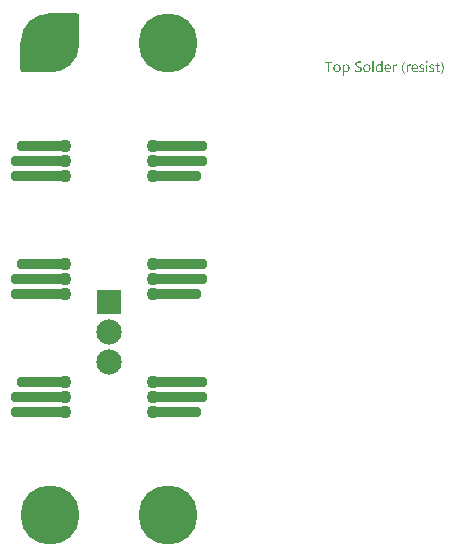
<source format=gts>
G04*
G04 #@! TF.GenerationSoftware,Altium Limited,Altium Designer,22.4.2 (48)*
G04*
G04 Layer_Color=8388736*
%FSAX45Y45*%
%MOMM*%
G71*
G04*
G04 #@! TF.SameCoordinates,69EBC29A-0566-45BE-847E-5E5AA8F2F2B9*
G04*
G04*
G04 #@! TF.FilePolarity,Negative*
G04*
G01*
G75*
G04:AMPARAMS|DCode=15|XSize=0.9mm|YSize=4.8mm|CornerRadius=0.351mm|HoleSize=0mm|Usage=FLASHONLY|Rotation=270.000|XOffset=0mm|YOffset=0mm|HoleType=Round|Shape=RoundedRectangle|*
%AMROUNDEDRECTD15*
21,1,0.90000,4.09800,0,0,270.0*
21,1,0.19800,4.80000,0,0,270.0*
1,1,0.70200,-2.04900,-0.09900*
1,1,0.70200,-2.04900,0.09900*
1,1,0.70200,2.04900,0.09900*
1,1,0.70200,2.04900,-0.09900*
%
%ADD15ROUNDEDRECTD15*%
G04:AMPARAMS|DCode=16|XSize=0.9mm|YSize=4.3mm|CornerRadius=0.351mm|HoleSize=0mm|Usage=FLASHONLY|Rotation=270.000|XOffset=0mm|YOffset=0mm|HoleType=Round|Shape=RoundedRectangle|*
%AMROUNDEDRECTD16*
21,1,0.90000,3.59800,0,0,270.0*
21,1,0.19800,4.30000,0,0,270.0*
1,1,0.70200,-1.79900,-0.09900*
1,1,0.70200,-1.79900,0.09900*
1,1,0.70200,1.79900,0.09900*
1,1,0.70200,1.79900,-0.09900*
%
%ADD16ROUNDEDRECTD16*%
%ADD17C,1.10000*%
%ADD18C,0.15000*%
%ADD19C,2.15000*%
%ADD20R,2.15000X2.15000*%
%ADD21C,5.00000*%
G36*
X002693110Y003844860D02*
X002693817Y003844703D01*
X002694523Y003844467D01*
X002695308Y003844075D01*
X002696093Y003843604D01*
X002696878Y003842976D01*
X002696956Y003842898D01*
X002697192Y003842662D01*
X002697506Y003842270D01*
X002697898Y003841720D01*
X002698212Y003841014D01*
X002698526Y003840229D01*
X002698761Y003839287D01*
X002698840Y003838267D01*
Y003838110D01*
Y003837796D01*
X002698761Y003837325D01*
X002698604Y003836619D01*
X002698369Y003835912D01*
X002697977Y003835127D01*
X002697506Y003834343D01*
X002696878Y003833558D01*
X002696799Y003833479D01*
X002696564Y003833244D01*
X002696093Y003832930D01*
X002695544Y003832616D01*
X002694837Y003832302D01*
X002694052Y003831988D01*
X002693189Y003831753D01*
X002692169Y003831674D01*
X002691698D01*
X002691227Y003831753D01*
X002690520Y003831910D01*
X002689814Y003832145D01*
X002689029Y003832459D01*
X002688244Y003832851D01*
X002687459Y003833479D01*
X002687381Y003833558D01*
X002687146Y003833793D01*
X002686832Y003834264D01*
X002686518Y003834814D01*
X002686204Y003835441D01*
X002685890Y003836305D01*
X002685654Y003837247D01*
X002685576Y003838267D01*
Y003838424D01*
Y003838738D01*
X002685654Y003839287D01*
X002685811Y003839915D01*
X002686047Y003840700D01*
X002686361Y003841485D01*
X002686832Y003842270D01*
X002687459Y003842976D01*
X002687538Y003843055D01*
X002687773Y003843290D01*
X002688244Y003843604D01*
X002688794Y003843996D01*
X002689500Y003844310D01*
X002690285Y003844624D01*
X002691148Y003844860D01*
X002692169Y003844938D01*
X002692640D01*
X002693110Y003844860D01*
D02*
G37*
G36*
X002119613Y003842427D02*
X002120712D01*
X002121968Y003842348D01*
X002123381Y003842270D01*
X002124872Y003842113D01*
X002128011Y003841720D01*
X002131151Y003841171D01*
X002132720Y003840778D01*
X002134133Y003840386D01*
X002135546Y003839837D01*
X002136723Y003839287D01*
Y003827514D01*
X002136645Y003827593D01*
X002136331Y003827750D01*
X002135938Y003827985D01*
X002135310Y003828378D01*
X002134526Y003828770D01*
X002133584Y003829241D01*
X002132485Y003829790D01*
X002131229Y003830261D01*
X002129816Y003830811D01*
X002128247Y003831282D01*
X002126598Y003831753D01*
X002124793Y003832145D01*
X002122910Y003832537D01*
X002120869Y003832773D01*
X002118671Y003832930D01*
X002116395Y003833008D01*
X002115140D01*
X002114276Y003832930D01*
X002113256Y003832851D01*
X002112079Y003832694D01*
X002110823Y003832537D01*
X002109567Y003832302D01*
X002109410D01*
X002109018Y003832145D01*
X002108390Y003831988D01*
X002107526Y003831753D01*
X002106585Y003831439D01*
X002105564Y003831046D01*
X002104465Y003830497D01*
X002103445Y003829947D01*
X002103367Y003829869D01*
X002102974Y003829633D01*
X002102503Y003829319D01*
X002101875Y003828849D01*
X002101248Y003828221D01*
X002100463Y003827514D01*
X002099756Y003826729D01*
X002099128Y003825788D01*
X002099050Y003825709D01*
X002098893Y003825317D01*
X002098579Y003824767D01*
X002098344Y003824061D01*
X002098030Y003823198D01*
X002097716Y003822099D01*
X002097559Y003820921D01*
X002097480Y003819587D01*
Y003819430D01*
Y003819038D01*
X002097559Y003818331D01*
X002097637Y003817547D01*
X002097794Y003816605D01*
X002098030Y003815584D01*
X002098344Y003814564D01*
X002098736Y003813622D01*
X002098814Y003813544D01*
X002098971Y003813230D01*
X002099285Y003812759D01*
X002099678Y003812131D01*
X002100227Y003811425D01*
X002100855Y003810640D01*
X002101640Y003809855D01*
X002102503Y003809070D01*
X002102582Y003808992D01*
X002102974Y003808756D01*
X002103524Y003808285D01*
X002104230Y003807814D01*
X002105093Y003807186D01*
X002106114Y003806559D01*
X002107291Y003805774D01*
X002108547Y003805067D01*
X002108625D01*
X002108704Y003804989D01*
X002109175Y003804753D01*
X002109959Y003804361D01*
X002110901Y003803812D01*
X002112157Y003803262D01*
X002113570Y003802556D01*
X002115140Y003801771D01*
X002116788Y003800908D01*
X002116866D01*
X002117023Y003800829D01*
X002117259Y003800672D01*
X002117573Y003800515D01*
X002118044Y003800280D01*
X002118514Y003800044D01*
X002119692Y003799416D01*
X002121104Y003798631D01*
X002122674Y003797768D01*
X002124244Y003796905D01*
X002125892Y003795884D01*
X002125971D01*
X002126049Y003795806D01*
X002126285Y003795649D01*
X002126598Y003795414D01*
X002127462Y003794864D01*
X002128482Y003794158D01*
X002129659Y003793294D01*
X002130915Y003792353D01*
X002132171Y003791254D01*
X002133427Y003790076D01*
X002133584Y003789920D01*
X002133976Y003789527D01*
X002134526Y003788899D01*
X002135310Y003788036D01*
X002136095Y003787016D01*
X002136959Y003785838D01*
X002137744Y003784504D01*
X002138528Y003783091D01*
Y003783013D01*
X002138607Y003782934D01*
X002138685Y003782699D01*
X002138842Y003782385D01*
X002139156Y003781600D01*
X002139549Y003780580D01*
X002139863Y003779245D01*
X002140177Y003777754D01*
X002140412Y003776106D01*
X002140491Y003774301D01*
Y003774222D01*
Y003773987D01*
Y003773673D01*
Y003773202D01*
X002140412Y003772653D01*
X002140334Y003771946D01*
X002140255Y003771240D01*
X002140177Y003770455D01*
X002139863Y003768650D01*
X002139392Y003766766D01*
X002138764Y003764882D01*
X002137900Y003763077D01*
Y003762999D01*
X002137822Y003762842D01*
X002137665Y003762606D01*
X002137430Y003762292D01*
X002136880Y003761508D01*
X002136095Y003760409D01*
X002135075Y003759231D01*
X002133898Y003757976D01*
X002132485Y003756798D01*
X002130915Y003755621D01*
X002130837D01*
X002130680Y003755464D01*
X002130444Y003755386D01*
X002130130Y003755150D01*
X002129738Y003754915D01*
X002129189Y003754679D01*
X002128011Y003754051D01*
X002126520Y003753424D01*
X002124793Y003752717D01*
X002122910Y003752089D01*
X002120791Y003751540D01*
X002120712D01*
X002120555Y003751461D01*
X002120241D01*
X002119770Y003751383D01*
X002119299Y003751226D01*
X002118671Y003751147D01*
X002117965Y003751069D01*
X002117102Y003750912D01*
X002115297Y003750677D01*
X002113256Y003750520D01*
X002111058Y003750363D01*
X002108704Y003750284D01*
X002107840D01*
X002107291Y003750363D01*
X002106506D01*
X002105564Y003750441D01*
X002104544Y003750520D01*
X002103445Y003750677D01*
X002103288D01*
X002102896Y003750755D01*
X002102268Y003750833D01*
X002101483Y003750912D01*
X002100541Y003751069D01*
X002099442Y003751226D01*
X002098344Y003751383D01*
X002097088Y003751618D01*
X002096931D01*
X002096538Y003751697D01*
X002095910Y003751854D01*
X002095126Y003752089D01*
X002094184Y003752246D01*
X002093163Y003752560D01*
X002090966Y003753188D01*
X002090809Y003753267D01*
X002090495Y003753345D01*
X002089946Y003753581D01*
X002089318Y003753816D01*
X002088611Y003754130D01*
X002087826Y003754522D01*
X002087042Y003754915D01*
X002086335Y003755386D01*
Y003767708D01*
X002086414Y003767629D01*
X002086728Y003767394D01*
X002087199Y003767002D01*
X002087748Y003766609D01*
X002088533Y003766060D01*
X002089396Y003765510D01*
X002090338Y003764882D01*
X002091437Y003764333D01*
X002091594Y003764255D01*
X002091986Y003764098D01*
X002092536Y003763784D01*
X002093320Y003763470D01*
X002094262Y003763077D01*
X002095283Y003762606D01*
X002096460Y003762135D01*
X002097637Y003761743D01*
X002097794Y003761665D01*
X002098187Y003761586D01*
X002098893Y003761429D01*
X002099678Y003761194D01*
X002100698Y003760880D01*
X002101797Y003760644D01*
X002104230Y003760173D01*
X002104387D01*
X002104779Y003760095D01*
X002105407Y003760016D01*
X002106271Y003759938D01*
X002107212Y003759781D01*
X002108233Y003759702D01*
X002110352Y003759624D01*
X002111294D01*
X002111922Y003759702D01*
X002112706D01*
X002113648Y003759781D01*
X002114669Y003759938D01*
X002115767Y003760095D01*
X002118122Y003760487D01*
X002120477Y003761115D01*
X002122753Y003761979D01*
X002123773Y003762528D01*
X002124715Y003763156D01*
X002124793Y003763234D01*
X002124950Y003763313D01*
X002125186Y003763548D01*
X002125500Y003763862D01*
X002125814Y003764176D01*
X002126206Y003764647D01*
X002126677Y003765196D01*
X002127148Y003765824D01*
X002127540Y003766531D01*
X002128011Y003767237D01*
X002128796Y003769042D01*
X002129032Y003770063D01*
X002129267Y003771161D01*
X002129424Y003772260D01*
X002129502Y003773516D01*
Y003773594D01*
Y003773673D01*
Y003774144D01*
X002129424Y003774772D01*
X002129345Y003775635D01*
X002129110Y003776655D01*
X002128875Y003777676D01*
X002128482Y003778775D01*
X002127933Y003779795D01*
X002127854Y003779952D01*
X002127619Y003780266D01*
X002127305Y003780737D01*
X002126834Y003781443D01*
X002126206Y003782149D01*
X002125421Y003783013D01*
X002124558Y003783798D01*
X002123538Y003784661D01*
X002123381Y003784739D01*
X002123067Y003785053D01*
X002122439Y003785524D01*
X002121654Y003786074D01*
X002120634Y003786702D01*
X002119535Y003787408D01*
X002118279Y003788193D01*
X002116866Y003788899D01*
X002116788D01*
X002116709Y003788978D01*
X002116474Y003789135D01*
X002116238Y003789292D01*
X002115453Y003789684D01*
X002114433Y003790233D01*
X002113177Y003790861D01*
X002111765Y003791568D01*
X002110273Y003792353D01*
X002108625Y003793216D01*
X002108547D01*
X002108390Y003793294D01*
X002108154Y003793451D01*
X002107840Y003793608D01*
X002106977Y003794079D01*
X002105800Y003794707D01*
X002104465Y003795414D01*
X002102974Y003796198D01*
X002099913Y003798004D01*
X002099835D01*
X002099756Y003798082D01*
X002099521Y003798239D01*
X002099207Y003798396D01*
X002098501Y003798945D01*
X002097559Y003799573D01*
X002096460Y003800358D01*
X002095283Y003801300D01*
X002094105Y003802242D01*
X002092928Y003803341D01*
X002092771Y003803498D01*
X002092457Y003803890D01*
X002091908Y003804439D01*
X002091201Y003805224D01*
X002090495Y003806245D01*
X002089710Y003807343D01*
X002088925Y003808599D01*
X002088219Y003809933D01*
Y003810012D01*
X002088140Y003810090D01*
X002088062Y003810326D01*
X002087983Y003810640D01*
X002087669Y003811425D01*
X002087355Y003812445D01*
X002087042Y003813701D01*
X002086728Y003815192D01*
X002086571Y003816840D01*
X002086492Y003818645D01*
Y003818724D01*
Y003818881D01*
Y003819273D01*
X002086571Y003819666D01*
Y003820215D01*
X002086649Y003820843D01*
X002086806Y003822256D01*
X002087120Y003823904D01*
X002087591Y003825709D01*
X002088297Y003827514D01*
X002089161Y003829241D01*
Y003829319D01*
X002089318Y003829476D01*
X002089475Y003829712D01*
X002089632Y003830026D01*
X002090259Y003830811D01*
X002091044Y003831910D01*
X002092065Y003833087D01*
X002093242Y003834343D01*
X002094576Y003835520D01*
X002096146Y003836697D01*
X002096224D01*
X002096381Y003836854D01*
X002096617Y003837011D01*
X002096931Y003837168D01*
X002097323Y003837404D01*
X002097794Y003837717D01*
X002099050Y003838345D01*
X002100541Y003839052D01*
X002102189Y003839758D01*
X002104073Y003840465D01*
X002106114Y003841014D01*
X002106192D01*
X002106349Y003841092D01*
X002106663Y003841171D01*
X002107055Y003841249D01*
X002107605Y003841328D01*
X002108154Y003841485D01*
X002108861Y003841642D01*
X002109646Y003841799D01*
X002111372Y003842034D01*
X002113256Y003842270D01*
X002115375Y003842427D01*
X002117494Y003842505D01*
X002118750D01*
X002119613Y003842427D01*
D02*
G37*
G36*
X002316849Y003751775D02*
X002306645D01*
Y003762528D01*
X002306410D01*
X002306331Y003762371D01*
X002306096Y003761979D01*
X002305625Y003761429D01*
X002305076Y003760644D01*
X002304291Y003759702D01*
X002303427Y003758682D01*
X002302329Y003757583D01*
X002300994Y003756406D01*
X002299582Y003755229D01*
X002297933Y003754130D01*
X002296128Y003753110D01*
X002294166Y003752168D01*
X002292047Y003751383D01*
X002289692Y003750833D01*
X002287181Y003750441D01*
X002284512Y003750284D01*
X002283963D01*
X002283335Y003750363D01*
X002282550Y003750441D01*
X002281530Y003750520D01*
X002280353Y003750755D01*
X002279018Y003750990D01*
X002277606Y003751383D01*
X002276114Y003751775D01*
X002274545Y003752403D01*
X002272975Y003753031D01*
X002271327Y003753894D01*
X002269757Y003754836D01*
X002268187Y003756014D01*
X002266696Y003757348D01*
X002265283Y003758839D01*
X002265205Y003758918D01*
X002264969Y003759231D01*
X002264655Y003759702D01*
X002264184Y003760409D01*
X002263635Y003761272D01*
X002263007Y003762292D01*
X002262379Y003763548D01*
X002261751Y003764961D01*
X002261045Y003766531D01*
X002260417Y003768257D01*
X002259789Y003770220D01*
X002259240Y003772260D01*
X002258769Y003774458D01*
X002258455Y003776891D01*
X002258220Y003779402D01*
X002258141Y003782071D01*
Y003782149D01*
Y003782228D01*
Y003782463D01*
Y003782777D01*
X002258220Y003783562D01*
X002258298Y003784661D01*
X002258376Y003786074D01*
X002258533Y003787565D01*
X002258769Y003789292D01*
X002259161Y003791175D01*
X002259554Y003793137D01*
X002260103Y003795257D01*
X002260731Y003797297D01*
X002261516Y003799495D01*
X002262379Y003801535D01*
X002263478Y003803576D01*
X002264655Y003805538D01*
X002266068Y003807422D01*
X002266147Y003807500D01*
X002266461Y003807814D01*
X002266931Y003808285D01*
X002267559Y003808913D01*
X002268344Y003809620D01*
X002269286Y003810483D01*
X002270463Y003811346D01*
X002271719Y003812210D01*
X002273210Y003813073D01*
X002274780Y003813936D01*
X002276507Y003814800D01*
X002278390Y003815506D01*
X002280431Y003816134D01*
X002282629Y003816605D01*
X002284905Y003816919D01*
X002287338Y003816997D01*
X002287887D01*
X002288594Y003816919D01*
X002289457Y003816840D01*
X002290556Y003816683D01*
X002291812Y003816448D01*
X002293146Y003816134D01*
X002294637Y003815741D01*
X002296207Y003815192D01*
X002297776Y003814486D01*
X002299346Y003813622D01*
X002300916Y003812602D01*
X002302407Y003811425D01*
X002303898Y003810090D01*
X002305233Y003808442D01*
X002306410Y003806637D01*
X002306645D01*
Y003846115D01*
X002316849D01*
Y003751775D01*
D02*
G37*
G36*
X002012951Y003816919D02*
X002013814Y003816840D01*
X002014834Y003816762D01*
X002016012Y003816526D01*
X002017346Y003816291D01*
X002018837Y003815898D01*
X002020328Y003815427D01*
X002021898Y003814878D01*
X002023468Y003814172D01*
X002025116Y003813387D01*
X002026686Y003812367D01*
X002028177Y003811189D01*
X002029668Y003809855D01*
X002031003Y003808364D01*
X002031081Y003808285D01*
X002031316Y003807971D01*
X002031630Y003807500D01*
X002032101Y003806794D01*
X002032572Y003805931D01*
X002033200Y003804910D01*
X002033828Y003803655D01*
X002034456Y003802320D01*
X002035084Y003800751D01*
X002035712Y003799024D01*
X002036340Y003797140D01*
X002036811Y003795100D01*
X002037281Y003792902D01*
X002037595Y003790547D01*
X002037831Y003788036D01*
X002037909Y003785446D01*
Y003785367D01*
Y003785289D01*
Y003785053D01*
Y003784739D01*
X002037831Y003783876D01*
X002037752Y003782777D01*
X002037674Y003781443D01*
X002037517Y003779873D01*
X002037281Y003778147D01*
X002036967Y003776263D01*
X002036497Y003774301D01*
X002036026Y003772182D01*
X002035398Y003770063D01*
X002034613Y003767943D01*
X002033750Y003765824D01*
X002032729Y003763705D01*
X002031473Y003761743D01*
X002030139Y003759859D01*
X002030061Y003759781D01*
X002029747Y003759467D01*
X002029354Y003758996D01*
X002028726Y003758368D01*
X002027942Y003757662D01*
X002027000Y003756798D01*
X002025822Y003755935D01*
X002024567Y003755072D01*
X002023154Y003754208D01*
X002021506Y003753345D01*
X002019779Y003752482D01*
X002017895Y003751775D01*
X002015855Y003751147D01*
X002013657Y003750677D01*
X002011303Y003750363D01*
X002008869Y003750284D01*
X002008320D01*
X002007692Y003750363D01*
X002006829Y003750441D01*
X002005809Y003750598D01*
X002004631Y003750833D01*
X002003297Y003751147D01*
X002001806Y003751618D01*
X002000315Y003752168D01*
X001998745Y003752874D01*
X001997175Y003753737D01*
X001995527Y003754758D01*
X001993957Y003756014D01*
X001992466Y003757426D01*
X001991053Y003759075D01*
X001989719Y003760958D01*
X001989483D01*
Y003722500D01*
X001979280D01*
Y003815506D01*
X001989483D01*
Y003804282D01*
X001989719D01*
X001989797Y003804439D01*
X001990111Y003804832D01*
X001990504Y003805460D01*
X001991132Y003806245D01*
X001991917Y003807265D01*
X001992858Y003808285D01*
X001994036Y003809463D01*
X001995291Y003810640D01*
X001996783Y003811817D01*
X001998431Y003812994D01*
X002000236Y003814015D01*
X002002198Y003815035D01*
X002004317Y003815820D01*
X002006672Y003816448D01*
X002009105Y003816840D01*
X002011773Y003816997D01*
X002012323D01*
X002012951Y003816919D01*
D02*
G37*
G36*
X002739810D02*
X002740516D01*
X002741379Y003816840D01*
X002742321Y003816762D01*
X002743341Y003816605D01*
X002745696Y003816291D01*
X002748129Y003815741D01*
X002750719Y003815035D01*
X002753231Y003814093D01*
Y003803733D01*
X002753152Y003803812D01*
X002752917Y003803969D01*
X002752524Y003804125D01*
X002751975Y003804439D01*
X002751347Y003804832D01*
X002750562Y003805224D01*
X002749620Y003805617D01*
X002748600Y003806088D01*
X002747423Y003806480D01*
X002746245Y003806872D01*
X002744911Y003807265D01*
X002743498Y003807657D01*
X002741929Y003807971D01*
X002740359Y003808128D01*
X002738789Y003808285D01*
X002737063Y003808364D01*
X002736042D01*
X002735336Y003808285D01*
X002734551Y003808207D01*
X002733688Y003808050D01*
X002731883Y003807657D01*
X002731804D01*
X002731490Y003807579D01*
X002731098Y003807422D01*
X002730548Y003807186D01*
X002729292Y003806637D01*
X002727958Y003805852D01*
X002727880Y003805774D01*
X002727723Y003805617D01*
X002727409Y003805381D01*
X002727016Y003805067D01*
X002726153Y003804204D01*
X002725368Y003803027D01*
Y003802948D01*
X002725211Y003802713D01*
X002725133Y003802399D01*
X002724976Y003801928D01*
X002724819Y003801457D01*
X002724662Y003800829D01*
X002724583Y003800123D01*
X002724505Y003799416D01*
Y003799338D01*
Y003799024D01*
X002724583Y003798553D01*
Y003797925D01*
X002724740Y003797297D01*
X002724897Y003796591D01*
X002725054Y003795884D01*
X002725368Y003795178D01*
X002725447Y003795100D01*
X002725525Y003794864D01*
X002725761Y003794550D01*
X002726075Y003794158D01*
X002726467Y003793765D01*
X002726859Y003793216D01*
X002728037Y003792196D01*
X002728115Y003792117D01*
X002728351Y003791960D01*
X002728743Y003791725D01*
X002729214Y003791411D01*
X002729842Y003791097D01*
X002730548Y003790704D01*
X002731412Y003790233D01*
X002732275Y003789841D01*
X002732353Y003789763D01*
X002732746Y003789684D01*
X002733217Y003789449D01*
X002733923Y003789213D01*
X002734787Y003788821D01*
X002735728Y003788428D01*
X002736749Y003788036D01*
X002737926Y003787565D01*
X002738004D01*
X002738083Y003787486D01*
X002738318Y003787408D01*
X002738632Y003787329D01*
X002739417Y003787016D01*
X002740437Y003786545D01*
X002741615Y003786074D01*
X002742949Y003785524D01*
X002744283Y003784896D01*
X002745539Y003784269D01*
X002745618D01*
X002745696Y003784190D01*
X002746088Y003783955D01*
X002746716Y003783641D01*
X002747501Y003783170D01*
X002748443Y003782542D01*
X002749385Y003781914D01*
X002750327Y003781129D01*
X002751269Y003780344D01*
X002751347Y003780266D01*
X002751661Y003779952D01*
X002752053Y003779559D01*
X002752603Y003778931D01*
X002753152Y003778225D01*
X002753780Y003777362D01*
X002754330Y003776420D01*
X002754879Y003775400D01*
X002754957Y003775243D01*
X002755114Y003774929D01*
X002755271Y003774301D01*
X002755507Y003773516D01*
X002755742Y003772574D01*
X002755978Y003771475D01*
X002756056Y003770220D01*
X002756135Y003768807D01*
Y003768728D01*
Y003768571D01*
Y003768336D01*
Y003768022D01*
X002756056Y003767159D01*
X002755899Y003765981D01*
X002755585Y003764726D01*
X002755271Y003763313D01*
X002754722Y003761900D01*
X002754016Y003760566D01*
X002753937Y003760409D01*
X002753623Y003760016D01*
X002753152Y003759388D01*
X002752524Y003758525D01*
X002751739Y003757662D01*
X002750798Y003756641D01*
X002749699Y003755700D01*
X002748443Y003754758D01*
X002748286Y003754679D01*
X002747815Y003754365D01*
X002747109Y003753973D01*
X002746167Y003753502D01*
X002744990Y003752953D01*
X002743577Y003752403D01*
X002742086Y003751854D01*
X002740437Y003751383D01*
X002740359D01*
X002740202Y003751304D01*
X002739967D01*
X002739653Y003751226D01*
X002739260Y003751147D01*
X002738789Y003751069D01*
X002737612Y003750833D01*
X002736121Y003750598D01*
X002734551Y003750441D01*
X002732824Y003750363D01*
X002730941Y003750284D01*
X002729999D01*
X002729292Y003750363D01*
X002728429D01*
X002727487Y003750520D01*
X002726310Y003750598D01*
X002725133Y003750755D01*
X002723798Y003750990D01*
X002722464Y003751226D01*
X002719639Y003751854D01*
X002716735Y003752796D01*
X002715322Y003753424D01*
X002713909Y003754051D01*
Y003764961D01*
X002713988Y003764882D01*
X002714302Y003764726D01*
X002714773Y003764412D01*
X002715400Y003764019D01*
X002716185Y003763548D01*
X002717049Y003762999D01*
X002718147Y003762449D01*
X002719325Y003761900D01*
X002720659Y003761351D01*
X002722072Y003760801D01*
X002723563Y003760252D01*
X002725133Y003759781D01*
X002726859Y003759388D01*
X002728586Y003759075D01*
X002730391Y003758918D01*
X002732275Y003758839D01*
X002732824D01*
X002733531Y003758918D01*
X002734394Y003758996D01*
X002735414Y003759153D01*
X002736513Y003759310D01*
X002737769Y003759624D01*
X002739025Y003759938D01*
X002740202Y003760409D01*
X002741458Y003761037D01*
X002742557Y003761743D01*
X002743577Y003762606D01*
X002744440Y003763627D01*
X002745147Y003764804D01*
X002745539Y003766217D01*
X002745696Y003767002D01*
Y003767786D01*
Y003767865D01*
Y003768257D01*
X002745618Y003768728D01*
X002745539Y003769278D01*
X002745382Y003769984D01*
X002745225Y003770690D01*
X002744911Y003771397D01*
X002744519Y003772103D01*
X002744440Y003772182D01*
X002744283Y003772417D01*
X002744048Y003772731D01*
X002743734Y003773202D01*
X002743263Y003773673D01*
X002742792Y003774222D01*
X002742164Y003774693D01*
X002741458Y003775243D01*
X002741379Y003775321D01*
X002741144Y003775478D01*
X002740673Y003775714D01*
X002740124Y003776106D01*
X002739496Y003776498D01*
X002738711Y003776891D01*
X002737769Y003777283D01*
X002736827Y003777676D01*
X002736670Y003777754D01*
X002736356Y003777833D01*
X002735807Y003778068D01*
X002735100Y003778382D01*
X002734316Y003778775D01*
X002733295Y003779167D01*
X002732275Y003779559D01*
X002731176Y003780030D01*
X002731098D01*
X002731019Y003780109D01*
X002730784Y003780187D01*
X002730470Y003780344D01*
X002729685Y003780658D01*
X002728665Y003781051D01*
X002727487Y003781600D01*
X002726232Y003782149D01*
X002724976Y003782777D01*
X002723720Y003783405D01*
X002723563Y003783484D01*
X002723171Y003783719D01*
X002722621Y003784033D01*
X002721836Y003784504D01*
X002720973Y003785132D01*
X002720110Y003785760D01*
X002719168Y003786466D01*
X002718304Y003787251D01*
X002718226Y003787329D01*
X002717990Y003787643D01*
X002717598Y003788036D01*
X002717127Y003788664D01*
X002716578Y003789370D01*
X002716028Y003790233D01*
X002715557Y003791097D01*
X002715087Y003792117D01*
X002715008Y003792274D01*
X002714930Y003792588D01*
X002714773Y003793216D01*
X002714616Y003793922D01*
X002714380Y003794864D01*
X002714223Y003795963D01*
X002714145Y003797219D01*
X002714066Y003798553D01*
Y003798631D01*
Y003798788D01*
Y003799024D01*
Y003799338D01*
X002714145Y003800123D01*
X002714302Y003801222D01*
X002714537Y003802477D01*
X002714930Y003803812D01*
X002715400Y003805146D01*
X002716107Y003806480D01*
Y003806559D01*
X002716185Y003806637D01*
X002716499Y003807029D01*
X002716970Y003807657D01*
X002717520Y003808521D01*
X002718304Y003809384D01*
X002719246Y003810326D01*
X002720345Y003811346D01*
X002721522Y003812210D01*
X002721601D01*
X002721679Y003812288D01*
X002722150Y003812602D01*
X002722857Y003812994D01*
X002723798Y003813544D01*
X002724976Y003814093D01*
X002726310Y003814721D01*
X002727801Y003815270D01*
X002729371Y003815741D01*
X002729449D01*
X002729606Y003815820D01*
X002729842Y003815898D01*
X002730156Y003815977D01*
X002730548Y003816055D01*
X002731019Y003816134D01*
X002732118Y003816369D01*
X002733531Y003816605D01*
X002735022Y003816840D01*
X002736670Y003816919D01*
X002738397Y003816997D01*
X002739182D01*
X002739810Y003816919D01*
D02*
G37*
G36*
X002654888D02*
X002655594D01*
X002656457Y003816840D01*
X002657399Y003816762D01*
X002658420Y003816605D01*
X002660774Y003816291D01*
X002663207Y003815741D01*
X002665797Y003815035D01*
X002668309Y003814093D01*
Y003803733D01*
X002668230Y003803812D01*
X002667995Y003803969D01*
X002667602Y003804125D01*
X002667053Y003804439D01*
X002666425Y003804832D01*
X002665640Y003805224D01*
X002664699Y003805617D01*
X002663678Y003806088D01*
X002662501Y003806480D01*
X002661324Y003806872D01*
X002659989Y003807265D01*
X002658577Y003807657D01*
X002657007Y003807971D01*
X002655437Y003808128D01*
X002653867Y003808285D01*
X002652141Y003808364D01*
X002651120D01*
X002650414Y003808285D01*
X002649629Y003808207D01*
X002648766Y003808050D01*
X002646961Y003807657D01*
X002646882D01*
X002646568Y003807579D01*
X002646176Y003807422D01*
X002645626Y003807186D01*
X002644371Y003806637D01*
X002643036Y003805852D01*
X002642958Y003805774D01*
X002642801Y003805617D01*
X002642487Y003805381D01*
X002642095Y003805067D01*
X002641231Y003804204D01*
X002640446Y003803027D01*
Y003802948D01*
X002640289Y003802713D01*
X002640211Y003802399D01*
X002640054Y003801928D01*
X002639897Y003801457D01*
X002639740Y003800829D01*
X002639661Y003800123D01*
X002639583Y003799416D01*
Y003799338D01*
Y003799024D01*
X002639661Y003798553D01*
Y003797925D01*
X002639818Y003797297D01*
X002639975Y003796591D01*
X002640132Y003795884D01*
X002640446Y003795178D01*
X002640525Y003795100D01*
X002640603Y003794864D01*
X002640839Y003794550D01*
X002641153Y003794158D01*
X002641545Y003793765D01*
X002641938Y003793216D01*
X002643115Y003792196D01*
X002643193Y003792117D01*
X002643429Y003791960D01*
X002643821Y003791725D01*
X002644292Y003791411D01*
X002644920Y003791097D01*
X002645626Y003790704D01*
X002646490Y003790233D01*
X002647353Y003789841D01*
X002647432Y003789763D01*
X002647824Y003789684D01*
X002648295Y003789449D01*
X002649001Y003789213D01*
X002649865Y003788821D01*
X002650806Y003788428D01*
X002651827Y003788036D01*
X002653004Y003787565D01*
X002653083D01*
X002653161Y003787486D01*
X002653397Y003787408D01*
X002653710Y003787329D01*
X002654495Y003787016D01*
X002655516Y003786545D01*
X002656693Y003786074D01*
X002658027Y003785524D01*
X002659361Y003784896D01*
X002660617Y003784269D01*
X002660696D01*
X002660774Y003784190D01*
X002661167Y003783955D01*
X002661795Y003783641D01*
X002662579Y003783170D01*
X002663521Y003782542D01*
X002664463Y003781914D01*
X002665405Y003781129D01*
X002666347Y003780344D01*
X002666425Y003780266D01*
X002666739Y003779952D01*
X002667132Y003779559D01*
X002667681Y003778931D01*
X002668230Y003778225D01*
X002668858Y003777362D01*
X002669408Y003776420D01*
X002669957Y003775400D01*
X002670036Y003775243D01*
X002670193Y003774929D01*
X002670349Y003774301D01*
X002670585Y003773516D01*
X002670820Y003772574D01*
X002671056Y003771475D01*
X002671134Y003770220D01*
X002671213Y003768807D01*
Y003768728D01*
Y003768571D01*
Y003768336D01*
Y003768022D01*
X002671134Y003767159D01*
X002670977Y003765981D01*
X002670663Y003764726D01*
X002670349Y003763313D01*
X002669800Y003761900D01*
X002669094Y003760566D01*
X002669015Y003760409D01*
X002668701Y003760016D01*
X002668230Y003759388D01*
X002667602Y003758525D01*
X002666818Y003757662D01*
X002665876Y003756641D01*
X002664777Y003755700D01*
X002663521Y003754758D01*
X002663364Y003754679D01*
X002662893Y003754365D01*
X002662187Y003753973D01*
X002661245Y003753502D01*
X002660068Y003752953D01*
X002658655Y003752403D01*
X002657164Y003751854D01*
X002655516Y003751383D01*
X002655437D01*
X002655280Y003751304D01*
X002655045D01*
X002654731Y003751226D01*
X002654338Y003751147D01*
X002653867Y003751069D01*
X002652690Y003750833D01*
X002651199Y003750598D01*
X002649629Y003750441D01*
X002647903Y003750363D01*
X002646019Y003750284D01*
X002645077D01*
X002644371Y003750363D01*
X002643507D01*
X002642565Y003750520D01*
X002641388Y003750598D01*
X002640211Y003750755D01*
X002638877Y003750990D01*
X002637542Y003751226D01*
X002634717Y003751854D01*
X002631813Y003752796D01*
X002630400Y003753424D01*
X002628987Y003754051D01*
Y003764961D01*
X002629066Y003764882D01*
X002629380Y003764726D01*
X002629851Y003764412D01*
X002630479Y003764019D01*
X002631263Y003763548D01*
X002632127Y003762999D01*
X002633226Y003762449D01*
X002634403Y003761900D01*
X002635737Y003761351D01*
X002637150Y003760801D01*
X002638641Y003760252D01*
X002640211Y003759781D01*
X002641938Y003759388D01*
X002643664Y003759075D01*
X002645469Y003758918D01*
X002647353Y003758839D01*
X002647903D01*
X002648609Y003758918D01*
X002649472Y003758996D01*
X002650493Y003759153D01*
X002651591Y003759310D01*
X002652847Y003759624D01*
X002654103Y003759938D01*
X002655280Y003760409D01*
X002656536Y003761037D01*
X002657635Y003761743D01*
X002658655Y003762606D01*
X002659518Y003763627D01*
X002660225Y003764804D01*
X002660617Y003766217D01*
X002660774Y003767002D01*
Y003767786D01*
Y003767865D01*
Y003768257D01*
X002660696Y003768728D01*
X002660617Y003769278D01*
X002660460Y003769984D01*
X002660303Y003770690D01*
X002659989Y003771397D01*
X002659597Y003772103D01*
X002659518Y003772182D01*
X002659361Y003772417D01*
X002659126Y003772731D01*
X002658812Y003773202D01*
X002658341Y003773673D01*
X002657870Y003774222D01*
X002657242Y003774693D01*
X002656536Y003775243D01*
X002656457Y003775321D01*
X002656222Y003775478D01*
X002655751Y003775714D01*
X002655202Y003776106D01*
X002654574Y003776498D01*
X002653789Y003776891D01*
X002652847Y003777283D01*
X002651905Y003777676D01*
X002651748Y003777754D01*
X002651434Y003777833D01*
X002650885Y003778068D01*
X002650179Y003778382D01*
X002649394Y003778775D01*
X002648373Y003779167D01*
X002647353Y003779559D01*
X002646254Y003780030D01*
X002646176D01*
X002646097Y003780109D01*
X002645862Y003780187D01*
X002645548Y003780344D01*
X002644763Y003780658D01*
X002643743Y003781051D01*
X002642565Y003781600D01*
X002641310Y003782149D01*
X002640054Y003782777D01*
X002638798Y003783405D01*
X002638641Y003783484D01*
X002638249Y003783719D01*
X002637699Y003784033D01*
X002636914Y003784504D01*
X002636051Y003785132D01*
X002635188Y003785760D01*
X002634246Y003786466D01*
X002633383Y003787251D01*
X002633304Y003787329D01*
X002633069Y003787643D01*
X002632676Y003788036D01*
X002632205Y003788664D01*
X002631656Y003789370D01*
X002631106Y003790233D01*
X002630636Y003791097D01*
X002630165Y003792117D01*
X002630086Y003792274D01*
X002630008Y003792588D01*
X002629851Y003793216D01*
X002629694Y003793922D01*
X002629458Y003794864D01*
X002629301Y003795963D01*
X002629223Y003797219D01*
X002629144Y003798553D01*
Y003798631D01*
Y003798788D01*
Y003799024D01*
Y003799338D01*
X002629223Y003800123D01*
X002629380Y003801222D01*
X002629615Y003802477D01*
X002630008Y003803812D01*
X002630479Y003805146D01*
X002631185Y003806480D01*
Y003806559D01*
X002631263Y003806637D01*
X002631577Y003807029D01*
X002632048Y003807657D01*
X002632598Y003808521D01*
X002633383Y003809384D01*
X002634324Y003810326D01*
X002635423Y003811346D01*
X002636601Y003812210D01*
X002636679D01*
X002636757Y003812288D01*
X002637228Y003812602D01*
X002637935Y003812994D01*
X002638877Y003813544D01*
X002640054Y003814093D01*
X002641388Y003814721D01*
X002642879Y003815270D01*
X002644449Y003815741D01*
X002644528D01*
X002644685Y003815820D01*
X002644920Y003815898D01*
X002645234Y003815977D01*
X002645626Y003816055D01*
X002646097Y003816134D01*
X002647196Y003816369D01*
X002648609Y003816605D01*
X002650100Y003816840D01*
X002651748Y003816919D01*
X002653475Y003816997D01*
X002654260D01*
X002654888Y003816919D01*
D02*
G37*
G36*
X002550423Y003816526D02*
X002551286D01*
X002552228Y003816369D01*
X002553248Y003816212D01*
X002554269Y003816055D01*
X002555132Y003815741D01*
Y003805146D01*
X002554975Y003805224D01*
X002554661Y003805460D01*
X002554033Y003805774D01*
X002553170Y003806166D01*
X002551993Y003806559D01*
X002550737Y003806872D01*
X002549167Y003807108D01*
X002547362Y003807186D01*
X002546734D01*
X002546263Y003807108D01*
X002545714Y003807029D01*
X002545086Y003806872D01*
X002543595Y003806402D01*
X002542731Y003806088D01*
X002541868Y003805695D01*
X002540926Y003805146D01*
X002539984Y003804596D01*
X002539121Y003803890D01*
X002538179Y003803027D01*
X002537316Y003802085D01*
X002536452Y003800986D01*
X002536374Y003800908D01*
X002536295Y003800672D01*
X002536060Y003800358D01*
X002535746Y003799887D01*
X002535432Y003799259D01*
X002535040Y003798474D01*
X002534647Y003797611D01*
X002534255Y003796591D01*
X002533862Y003795492D01*
X002533470Y003794236D01*
X002533077Y003792824D01*
X002532764Y003791332D01*
X002532450Y003789684D01*
X002532214Y003787957D01*
X002532136Y003786152D01*
X002532057Y003784190D01*
Y003751775D01*
X002521854D01*
Y003815506D01*
X002532057D01*
Y003802320D01*
X002532293D01*
Y003802399D01*
X002532371Y003802634D01*
X002532528Y003802948D01*
X002532685Y003803419D01*
X002532921Y003803969D01*
X002533234Y003804675D01*
X002533941Y003806166D01*
X002534883Y003807893D01*
X002536060Y003809620D01*
X002537394Y003811268D01*
X002538964Y003812837D01*
X002539042Y003812916D01*
X002539199Y003812994D01*
X002539435Y003813151D01*
X002539749Y003813465D01*
X002540141Y003813701D01*
X002540691Y003814015D01*
X002541868Y003814721D01*
X002543359Y003815427D01*
X002545086Y003816055D01*
X002546970Y003816448D01*
X002547990Y003816526D01*
X002549010Y003816605D01*
X002549638D01*
X002550423Y003816526D01*
D02*
G37*
G36*
X002432694D02*
X002433557D01*
X002434499Y003816369D01*
X002435519Y003816212D01*
X002436540Y003816055D01*
X002437403Y003815741D01*
Y003805146D01*
X002437246Y003805224D01*
X002436932Y003805460D01*
X002436304Y003805774D01*
X002435441Y003806166D01*
X002434264Y003806559D01*
X002433008Y003806872D01*
X002431438Y003807108D01*
X002429633Y003807186D01*
X002429005D01*
X002428534Y003807108D01*
X002427985Y003807029D01*
X002427357Y003806872D01*
X002425866Y003806402D01*
X002425002Y003806088D01*
X002424139Y003805695D01*
X002423197Y003805146D01*
X002422255Y003804596D01*
X002421392Y003803890D01*
X002420450Y003803027D01*
X002419587Y003802085D01*
X002418723Y003800986D01*
X002418645Y003800908D01*
X002418566Y003800672D01*
X002418331Y003800358D01*
X002418017Y003799887D01*
X002417703Y003799259D01*
X002417311Y003798474D01*
X002416918Y003797611D01*
X002416526Y003796591D01*
X002416133Y003795492D01*
X002415741Y003794236D01*
X002415348Y003792824D01*
X002415035Y003791332D01*
X002414721Y003789684D01*
X002414485Y003787957D01*
X002414407Y003786152D01*
X002414328Y003784190D01*
Y003751775D01*
X002404125D01*
Y003815506D01*
X002414328D01*
Y003802320D01*
X002414564D01*
Y003802399D01*
X002414642Y003802634D01*
X002414799Y003802948D01*
X002414956Y003803419D01*
X002415192Y003803969D01*
X002415505Y003804675D01*
X002416212Y003806166D01*
X002417154Y003807893D01*
X002418331Y003809620D01*
X002419665Y003811268D01*
X002421235Y003812837D01*
X002421313Y003812916D01*
X002421470Y003812994D01*
X002421706Y003813151D01*
X002422020Y003813465D01*
X002422412Y003813701D01*
X002422962Y003814015D01*
X002424139Y003814721D01*
X002425630Y003815427D01*
X002427357Y003816055D01*
X002429241Y003816448D01*
X002430261Y003816526D01*
X002431281Y003816605D01*
X002431909D01*
X002432694Y003816526D01*
D02*
G37*
G36*
X002697113Y003751775D02*
X002686910D01*
Y003815506D01*
X002697113D01*
Y003751775D01*
D02*
G37*
G36*
X002241816D02*
X002231613D01*
Y003846115D01*
X002241816D01*
Y003751775D01*
D02*
G37*
G36*
X001891925Y003831517D02*
X001866182D01*
Y003751775D01*
X001855743D01*
Y003831517D01*
X001830000D01*
Y003841014D01*
X001891925D01*
Y003831517D01*
D02*
G37*
G36*
X002785331Y003815506D02*
X002801421D01*
Y003806716D01*
X002785331D01*
Y003770847D01*
Y003770769D01*
Y003770533D01*
Y003770220D01*
Y003769827D01*
X002785410Y003769278D01*
X002785488Y003768650D01*
X002785645Y003767316D01*
X002785881Y003765746D01*
X002786273Y003764255D01*
X002786823Y003762842D01*
X002787137Y003762214D01*
X002787529Y003761665D01*
X002787608Y003761586D01*
X002787922Y003761272D01*
X002788471Y003760801D01*
X002789256Y003760330D01*
X002790276Y003759781D01*
X002791532Y003759388D01*
X002793023Y003759075D01*
X002794750Y003758918D01*
X002795378D01*
X002796084Y003758996D01*
X002797026Y003759153D01*
X002798046Y003759467D01*
X002799224Y003759781D01*
X002800322Y003760330D01*
X002801421Y003761037D01*
Y003752325D01*
X002801343D01*
X002801264Y003752246D01*
X002801029Y003752168D01*
X002800793Y003752011D01*
X002799930Y003751697D01*
X002798910Y003751383D01*
X002797497Y003751069D01*
X002795849Y003750755D01*
X002793965Y003750520D01*
X002791846Y003750441D01*
X002791139D01*
X002790276Y003750598D01*
X002789256Y003750755D01*
X002788000Y003750990D01*
X002786587Y003751461D01*
X002785018Y003752011D01*
X002783526Y003752796D01*
X002781957Y003753737D01*
X002780387Y003754993D01*
X002778974Y003756484D01*
X002778346Y003757348D01*
X002777718Y003758290D01*
X002777169Y003759310D01*
X002776698Y003760409D01*
X002776227Y003761586D01*
X002775835Y003762920D01*
X002775521Y003764255D01*
X002775285Y003765746D01*
X002775207Y003767316D01*
X002775128Y003769042D01*
Y003806716D01*
X002764219D01*
Y003815506D01*
X002775128D01*
Y003831046D01*
X002785331Y003834343D01*
Y003815506D01*
D02*
G37*
G36*
X002592413Y003816919D02*
X002593276Y003816840D01*
X002594375Y003816762D01*
X002595552Y003816605D01*
X002596887Y003816291D01*
X002598299Y003815977D01*
X002599869Y003815584D01*
X002601439Y003815035D01*
X002603009Y003814329D01*
X002604657Y003813544D01*
X002606226Y003812602D01*
X002607718Y003811503D01*
X002609209Y003810247D01*
X002610543Y003808835D01*
X002610622Y003808756D01*
X002610857Y003808442D01*
X002611171Y003807971D01*
X002611642Y003807343D01*
X002612113Y003806559D01*
X002612741Y003805538D01*
X002613369Y003804361D01*
X002613997Y003803027D01*
X002614624Y003801457D01*
X002615252Y003799809D01*
X002615880Y003797925D01*
X002616351Y003795963D01*
X002616822Y003793765D01*
X002617136Y003791489D01*
X002617371Y003788978D01*
X002617450Y003786388D01*
Y003781051D01*
X002572399D01*
Y003780894D01*
Y003780580D01*
X002572477Y003780030D01*
X002572556Y003779324D01*
X002572634Y003778382D01*
X002572791Y003777362D01*
X002572948Y003776263D01*
X002573262Y003775007D01*
X002573969Y003772339D01*
X002574440Y003771004D01*
X002574989Y003769592D01*
X002575617Y003768257D01*
X002576323Y003766923D01*
X002577187Y003765746D01*
X002578128Y003764569D01*
X002578207Y003764490D01*
X002578364Y003764333D01*
X002578678Y003764019D01*
X002579149Y003763705D01*
X002579698Y003763234D01*
X002580405Y003762763D01*
X002581189Y003762214D01*
X002582053Y003761743D01*
X002583073Y003761194D01*
X002584250Y003760644D01*
X002585428Y003760173D01*
X002586840Y003759702D01*
X002588253Y003759388D01*
X002589823Y003759075D01*
X002591471Y003758918D01*
X002593198Y003758839D01*
X002593669D01*
X002594218Y003758918D01*
X002595003D01*
X002595945Y003759075D01*
X002597044Y003759231D01*
X002598299Y003759467D01*
X002599712Y003759702D01*
X002601203Y003760095D01*
X002602773Y003760566D01*
X002604421Y003761115D01*
X002606069Y003761822D01*
X002607796Y003762606D01*
X002609523Y003763548D01*
X002611250Y003764647D01*
X002612976Y003765903D01*
Y003756328D01*
X002612898Y003756249D01*
X002612584Y003756092D01*
X002612113Y003755778D01*
X002611485Y003755386D01*
X002610622Y003754915D01*
X002609601Y003754444D01*
X002608424Y003753894D01*
X002607090Y003753345D01*
X002605520Y003752717D01*
X002603872Y003752168D01*
X002602067Y003751697D01*
X002600105Y003751226D01*
X002597985Y003750833D01*
X002595709Y003750520D01*
X002593276Y003750363D01*
X002590765Y003750284D01*
X002590137D01*
X002589509Y003750363D01*
X002588567Y003750441D01*
X002587390Y003750520D01*
X002586056Y003750755D01*
X002584643Y003750990D01*
X002583073Y003751383D01*
X002581425Y003751854D01*
X002579698Y003752403D01*
X002577893Y003753110D01*
X002576166Y003753894D01*
X002574361Y003754915D01*
X002572713Y003756092D01*
X002571065Y003757426D01*
X002569573Y003758918D01*
X002569495Y003758996D01*
X002569260Y003759310D01*
X002568867Y003759859D01*
X002568396Y003760566D01*
X002567768Y003761429D01*
X002567140Y003762528D01*
X002566434Y003763784D01*
X002565728Y003765275D01*
X002565021Y003766845D01*
X002564315Y003768728D01*
X002563687Y003770690D01*
X002563059Y003772888D01*
X002562588Y003775243D01*
X002562196Y003777754D01*
X002561960Y003780501D01*
X002561882Y003783327D01*
Y003783405D01*
Y003783484D01*
Y003783719D01*
Y003783955D01*
X002561960Y003784739D01*
X002562039Y003785838D01*
X002562117Y003787094D01*
X002562353Y003788507D01*
X002562588Y003790155D01*
X002562902Y003791960D01*
X002563373Y003793844D01*
X002563922Y003795806D01*
X002564629Y003797847D01*
X002565414Y003799887D01*
X002566356Y003801849D01*
X002567533Y003803890D01*
X002568789Y003805774D01*
X002570280Y003807579D01*
X002570358Y003807657D01*
X002570672Y003807971D01*
X002571143Y003808442D01*
X002571771Y003809070D01*
X002572634Y003809776D01*
X002573655Y003810561D01*
X002574754Y003811425D01*
X002576088Y003812288D01*
X002577501Y003813151D01*
X002579149Y003814015D01*
X002580875Y003814800D01*
X002582681Y003815506D01*
X002584643Y003816134D01*
X002586762Y003816605D01*
X002588960Y003816919D01*
X002591236Y003816997D01*
X002591785D01*
X002592413Y003816919D01*
D02*
G37*
G36*
X002363705D02*
X002364568Y003816840D01*
X002365667Y003816762D01*
X002366844Y003816605D01*
X002368178Y003816291D01*
X002369591Y003815977D01*
X002371161Y003815584D01*
X002372731Y003815035D01*
X002374300Y003814329D01*
X002375949Y003813544D01*
X002377518Y003812602D01*
X002379009Y003811503D01*
X002380501Y003810247D01*
X002381835Y003808835D01*
X002381913Y003808756D01*
X002382149Y003808442D01*
X002382463Y003807971D01*
X002382934Y003807343D01*
X002383405Y003806559D01*
X002384033Y003805538D01*
X002384660Y003804361D01*
X002385288Y003803027D01*
X002385916Y003801457D01*
X002386544Y003799809D01*
X002387172Y003797925D01*
X002387643Y003795963D01*
X002388114Y003793765D01*
X002388428Y003791489D01*
X002388663Y003788978D01*
X002388742Y003786388D01*
Y003781051D01*
X002343691D01*
Y003780894D01*
Y003780580D01*
X002343769Y003780030D01*
X002343848Y003779324D01*
X002343926Y003778382D01*
X002344083Y003777362D01*
X002344240Y003776263D01*
X002344554Y003775007D01*
X002345260Y003772339D01*
X002345731Y003771004D01*
X002346281Y003769592D01*
X002346909Y003768257D01*
X002347615Y003766923D01*
X002348478Y003765746D01*
X002349420Y003764569D01*
X002349499Y003764490D01*
X002349656Y003764333D01*
X002349970Y003764019D01*
X002350441Y003763705D01*
X002350990Y003763234D01*
X002351696Y003762763D01*
X002352481Y003762214D01*
X002353345Y003761743D01*
X002354365Y003761194D01*
X002355542Y003760644D01*
X002356719Y003760173D01*
X002358132Y003759702D01*
X002359545Y003759388D01*
X002361115Y003759075D01*
X002362763Y003758918D01*
X002364490Y003758839D01*
X002364960D01*
X002365510Y003758918D01*
X002366295D01*
X002367237Y003759075D01*
X002368335Y003759231D01*
X002369591Y003759467D01*
X002371004Y003759702D01*
X002372495Y003760095D01*
X002374065Y003760566D01*
X002375713Y003761115D01*
X002377361Y003761822D01*
X002379088Y003762606D01*
X002380815Y003763548D01*
X002382541Y003764647D01*
X002384268Y003765903D01*
Y003756328D01*
X002384190Y003756249D01*
X002383876Y003756092D01*
X002383405Y003755778D01*
X002382777Y003755386D01*
X002381913Y003754915D01*
X002380893Y003754444D01*
X002379716Y003753894D01*
X002378382Y003753345D01*
X002376812Y003752717D01*
X002375164Y003752168D01*
X002373358Y003751697D01*
X002371396Y003751226D01*
X002369277Y003750833D01*
X002367001Y003750520D01*
X002364568Y003750363D01*
X002362056Y003750284D01*
X002361429D01*
X002360801Y003750363D01*
X002359859Y003750441D01*
X002358682Y003750520D01*
X002357347Y003750755D01*
X002355935Y003750990D01*
X002354365Y003751383D01*
X002352717Y003751854D01*
X002350990Y003752403D01*
X002349185Y003753110D01*
X002347458Y003753894D01*
X002345653Y003754915D01*
X002344005Y003756092D01*
X002342357Y003757426D01*
X002340865Y003758918D01*
X002340787Y003758996D01*
X002340551Y003759310D01*
X002340159Y003759859D01*
X002339688Y003760566D01*
X002339060Y003761429D01*
X002338432Y003762528D01*
X002337726Y003763784D01*
X002337019Y003765275D01*
X002336313Y003766845D01*
X002335607Y003768728D01*
X002334979Y003770690D01*
X002334351Y003772888D01*
X002333880Y003775243D01*
X002333488Y003777754D01*
X002333252Y003780501D01*
X002333174Y003783327D01*
Y003783405D01*
Y003783484D01*
Y003783719D01*
Y003783955D01*
X002333252Y003784739D01*
X002333331Y003785838D01*
X002333409Y003787094D01*
X002333645Y003788507D01*
X002333880Y003790155D01*
X002334194Y003791960D01*
X002334665Y003793844D01*
X002335214Y003795806D01*
X002335921Y003797847D01*
X002336706Y003799887D01*
X002337647Y003801849D01*
X002338825Y003803890D01*
X002340080Y003805774D01*
X002341572Y003807579D01*
X002341650Y003807657D01*
X002341964Y003807971D01*
X002342435Y003808442D01*
X002343063Y003809070D01*
X002343926Y003809776D01*
X002344947Y003810561D01*
X002346045Y003811425D01*
X002347380Y003812288D01*
X002348792Y003813151D01*
X002350441Y003814015D01*
X002352167Y003814800D01*
X002353972Y003815506D01*
X002355935Y003816134D01*
X002358054Y003816605D01*
X002360251Y003816919D01*
X002362527Y003816997D01*
X002363077D01*
X002363705Y003816919D01*
D02*
G37*
G36*
X002186405D02*
X002187425Y003816840D01*
X002188602Y003816762D01*
X002190015Y003816526D01*
X002191506Y003816291D01*
X002193155Y003815898D01*
X002194960Y003815427D01*
X002196765Y003814878D01*
X002198570Y003814172D01*
X002200454Y003813308D01*
X002202259Y003812288D01*
X002204064Y003811111D01*
X002205712Y003809776D01*
X002207282Y003808207D01*
X002207361Y003808128D01*
X002207596Y003807814D01*
X002207988Y003807265D01*
X002208538Y003806559D01*
X002209166Y003805695D01*
X002209794Y003804596D01*
X002210579Y003803341D01*
X002211285Y003801849D01*
X002212070Y003800201D01*
X002212776Y003798396D01*
X002213404Y003796434D01*
X002214032Y003794236D01*
X002214581Y003791882D01*
X002214974Y003789370D01*
X002215209Y003786702D01*
X002215288Y003783876D01*
Y003783798D01*
Y003783719D01*
Y003783484D01*
Y003783170D01*
X002215209Y003782385D01*
X002215131Y003781365D01*
X002215052Y003780030D01*
X002214817Y003778539D01*
X002214581Y003776891D01*
X002214189Y003775086D01*
X002213718Y003773202D01*
X002213169Y003771161D01*
X002212462Y003769121D01*
X002211677Y003767080D01*
X002210657Y003765039D01*
X002209480Y003763077D01*
X002208145Y003761194D01*
X002206654Y003759388D01*
X002206576Y003759310D01*
X002206262Y003758996D01*
X002205791Y003758525D01*
X002205084Y003757976D01*
X002204221Y003757269D01*
X002203201Y003756484D01*
X002201945Y003755700D01*
X002200532Y003754836D01*
X002198963Y003753973D01*
X002197236Y003753188D01*
X002195352Y003752403D01*
X002193312Y003751697D01*
X002191035Y003751147D01*
X002188681Y003750677D01*
X002186248Y003750363D01*
X002183579Y003750284D01*
X002182951D01*
X002182245Y003750363D01*
X002181225Y003750441D01*
X002180047Y003750520D01*
X002178635Y003750755D01*
X002177143Y003750990D01*
X002175495Y003751383D01*
X002173690Y003751854D01*
X002171885Y003752482D01*
X002170001Y003753188D01*
X002168118Y003754051D01*
X002166234Y003755072D01*
X002164350Y003756249D01*
X002162624Y003757583D01*
X002160975Y003759153D01*
X002160897Y003759231D01*
X002160583Y003759545D01*
X002160190Y003760095D01*
X002159641Y003760801D01*
X002159013Y003761665D01*
X002158307Y003762763D01*
X002157600Y003764019D01*
X002156816Y003765510D01*
X002156031Y003767080D01*
X002155246Y003768885D01*
X002154540Y003770847D01*
X002153912Y003772967D01*
X002153362Y003775164D01*
X002152970Y003777597D01*
X002152656Y003780187D01*
X002152577Y003782856D01*
Y003782934D01*
Y003783013D01*
Y003783248D01*
Y003783562D01*
X002152656Y003784426D01*
X002152734Y003785524D01*
X002152813Y003786859D01*
X002153048Y003788428D01*
X002153284Y003790155D01*
X002153676Y003792039D01*
X002154147Y003794001D01*
X002154696Y003796041D01*
X002155403Y003798161D01*
X002156266Y003800280D01*
X002157287Y003802320D01*
X002158385Y003804282D01*
X002159720Y003806166D01*
X002161289Y003807971D01*
X002161368Y003808050D01*
X002161682Y003808364D01*
X002162231Y003808835D01*
X002162938Y003809384D01*
X002163801Y003810090D01*
X002164900Y003810797D01*
X002166155Y003811660D01*
X002167568Y003812523D01*
X002169138Y003813308D01*
X002170943Y003814172D01*
X002172905Y003814878D01*
X002175024Y003815584D01*
X002177300Y003816134D01*
X002179734Y003816605D01*
X002182324Y003816919D01*
X002185071Y003816997D01*
X002185698D01*
X002186405Y003816919D01*
D02*
G37*
G36*
X001934072D02*
X001935093Y003816840D01*
X001936270Y003816762D01*
X001937683Y003816526D01*
X001939174Y003816291D01*
X001940822Y003815898D01*
X001942627Y003815427D01*
X001944432Y003814878D01*
X001946238Y003814172D01*
X001948121Y003813308D01*
X001949927Y003812288D01*
X001951732Y003811111D01*
X001953380Y003809776D01*
X001954950Y003808207D01*
X001955028Y003808128D01*
X001955264Y003807814D01*
X001955656Y003807265D01*
X001956205Y003806559D01*
X001956833Y003805695D01*
X001957461Y003804596D01*
X001958246Y003803341D01*
X001958952Y003801849D01*
X001959737Y003800201D01*
X001960444Y003798396D01*
X001961072Y003796434D01*
X001961699Y003794236D01*
X001962249Y003791882D01*
X001962641Y003789370D01*
X001962877Y003786702D01*
X001962955Y003783876D01*
Y003783798D01*
Y003783719D01*
Y003783484D01*
Y003783170D01*
X001962877Y003782385D01*
X001962798Y003781365D01*
X001962720Y003780030D01*
X001962484Y003778539D01*
X001962249Y003776891D01*
X001961856Y003775086D01*
X001961385Y003773202D01*
X001960836Y003771161D01*
X001960130Y003769121D01*
X001959345Y003767080D01*
X001958325Y003765039D01*
X001957147Y003763077D01*
X001955813Y003761194D01*
X001954322Y003759388D01*
X001954243Y003759310D01*
X001953929Y003758996D01*
X001953458Y003758525D01*
X001952752Y003757976D01*
X001951889Y003757269D01*
X001950868Y003756484D01*
X001949613Y003755700D01*
X001948200Y003754836D01*
X001946630Y003753973D01*
X001944903Y003753188D01*
X001943020Y003752403D01*
X001940979Y003751697D01*
X001938703Y003751147D01*
X001936348Y003750677D01*
X001933915Y003750363D01*
X001931247Y003750284D01*
X001930619D01*
X001929913Y003750363D01*
X001928892Y003750441D01*
X001927715Y003750520D01*
X001926302Y003750755D01*
X001924811Y003750990D01*
X001923163Y003751383D01*
X001921358Y003751854D01*
X001919552Y003752482D01*
X001917669Y003753188D01*
X001915785Y003754051D01*
X001913901Y003755072D01*
X001912018Y003756249D01*
X001910291Y003757583D01*
X001908643Y003759153D01*
X001908564Y003759231D01*
X001908250Y003759545D01*
X001907858Y003760095D01*
X001907309Y003760801D01*
X001906681Y003761665D01*
X001905974Y003762763D01*
X001905268Y003764019D01*
X001904483Y003765510D01*
X001903698Y003767080D01*
X001902913Y003768885D01*
X001902207Y003770847D01*
X001901579Y003772967D01*
X001901030Y003775164D01*
X001900637Y003777597D01*
X001900323Y003780187D01*
X001900245Y003782856D01*
Y003782934D01*
Y003783013D01*
Y003783248D01*
Y003783562D01*
X001900323Y003784426D01*
X001900402Y003785524D01*
X001900480Y003786859D01*
X001900716Y003788428D01*
X001900951Y003790155D01*
X001901344Y003792039D01*
X001901815Y003794001D01*
X001902364Y003796041D01*
X001903070Y003798161D01*
X001903934Y003800280D01*
X001904954Y003802320D01*
X001906053Y003804282D01*
X001907387Y003806166D01*
X001908957Y003807971D01*
X001909035Y003808050D01*
X001909349Y003808364D01*
X001909899Y003808835D01*
X001910605Y003809384D01*
X001911468Y003810090D01*
X001912567Y003810797D01*
X001913823Y003811660D01*
X001915236Y003812523D01*
X001916805Y003813308D01*
X001918611Y003814172D01*
X001920573Y003814878D01*
X001922692Y003815584D01*
X001924968Y003816134D01*
X001927401Y003816605D01*
X001929991Y003816919D01*
X001932738Y003816997D01*
X001933366D01*
X001934072Y003816919D01*
D02*
G37*
G36*
X-000277643Y004251478D02*
X-000275301Y004251201D01*
X-000272990Y004250741D01*
X-000270721Y004250101D01*
X-000268509Y004249285D01*
X-000266368Y004248298D01*
X-000264311Y004247146D01*
X-000262351Y004245836D01*
X-000260500Y004244377D01*
X-000258769Y004242777D01*
X-000257168Y004241045D01*
X-000255709Y004239194D01*
X-000254399Y004237234D01*
X-000253247Y004235177D01*
X-000252261Y004233036D01*
X-000251445Y004230825D01*
X-000250805Y004228556D01*
X-000250345Y004226244D01*
X-000250068Y004223903D01*
X-000249975Y004221547D01*
Y003990000D01*
X-000250068Y003987644D01*
X-000250345Y003985303D01*
X-000250805Y003982991D01*
X-000251445Y003980722D01*
X-000251852Y003979616D01*
X-000252261Y003978510D01*
X-000252754Y003977440D01*
X-000253247Y003976369D01*
X-000253661Y003975631D01*
X-000254399Y003974313D01*
X-000255709Y003972352D01*
X-000257168Y003970501D01*
X-000257937Y003969670D01*
X-000258769Y003968770D01*
X-000258772Y003968767D01*
X-000468768Y003758770D01*
X-000470499Y003757170D01*
X-000472351Y003755711D01*
X-000474311Y003754401D01*
X-000476368Y003753249D01*
X-000478508Y003752262D01*
X-000480720Y003751446D01*
X-000482989Y003750807D01*
X-000485301Y003750347D01*
X-000487642Y003750069D01*
X-000489998Y003749977D01*
X-000721545D01*
X-000723901Y003750069D01*
X-000726242Y003750347D01*
X-000728554Y003750807D01*
X-000730823Y003751446D01*
X-000733034Y003752262D01*
X-000735175Y003753249D01*
X-000737232Y003754401D01*
X-000739192Y003755711D01*
X-000741043Y003757170D01*
X-000742774Y003758770D01*
X-000744375Y003760502D01*
X-000745834Y003762353D01*
X-000747144Y003764313D01*
X-000748296Y003766370D01*
X-000749282Y003768511D01*
X-000750099Y003770722D01*
X-000750738Y003772991D01*
X-000751198Y003775303D01*
X-000751476Y003777644D01*
X-000751568Y003780000D01*
Y003998447D01*
X-000751568Y003998453D01*
X-000751476Y004000809D01*
X-000751198Y004003150D01*
X-000750738Y004005462D01*
X-000750099Y004007731D01*
X-000749283Y004009942D01*
X-000748296Y004012083D01*
X-000747144Y004014140D01*
X-000745834Y004016100D01*
X-000744375Y004017952D01*
X-000742774Y004019683D01*
X-000519680Y004242777D01*
X-000517949Y004244377D01*
X-000516098Y004245836D01*
X-000514137Y004247146D01*
X-000512081Y004248298D01*
X-000509940Y004249285D01*
X-000507728Y004250101D01*
X-000505459Y004250741D01*
X-000503147Y004251201D01*
X-000500806Y004251478D01*
X-000498450Y004251570D01*
X-000279998D01*
X-000277643Y004251478D01*
D02*
G37*
G36*
X002815313Y003840935D02*
X002815470Y003840778D01*
X002815706Y003840386D01*
X002816098Y003839994D01*
X002816490Y003839366D01*
X002817040Y003838659D01*
X002817589Y003837874D01*
X002818296Y003836933D01*
X002819002Y003835912D01*
X002819787Y003834735D01*
X002820572Y003833479D01*
X002821435Y003832067D01*
X002822298Y003830575D01*
X002823162Y003829006D01*
X002824025Y003827357D01*
X002824967Y003825552D01*
X002825909Y003823669D01*
X002826772Y003821706D01*
X002827635Y003819666D01*
X002828577Y003817468D01*
X002829362Y003815270D01*
X002830225Y003812916D01*
X002830932Y003810561D01*
X002831638Y003808050D01*
X002832894Y003802870D01*
X002833443Y003800201D01*
X002833836Y003797454D01*
X002834228Y003794629D01*
X002834464Y003791725D01*
X002834621Y003788742D01*
X002834699Y003785760D01*
Y003785681D01*
Y003785367D01*
Y003784975D01*
Y003784347D01*
X002834621Y003783562D01*
X002834542Y003782620D01*
X002834464Y003781600D01*
X002834385Y003780344D01*
X002834307Y003779088D01*
X002834071Y003777597D01*
X002833914Y003776028D01*
X002833679Y003774379D01*
X002833365Y003772653D01*
X002833051Y003770769D01*
X002832659Y003768885D01*
X002832266Y003766923D01*
X002831246Y003762685D01*
X002829912Y003758368D01*
X002828342Y003753816D01*
X002827478Y003751540D01*
X002826458Y003749264D01*
X002825438Y003746988D01*
X002824261Y003744712D01*
X002823005Y003742435D01*
X002821671Y003740159D01*
X002820179Y003737962D01*
X002818688Y003735764D01*
X002817040Y003733645D01*
X002815235Y003731526D01*
X002806209D01*
X002806287Y003731604D01*
X002806444Y003731761D01*
X002806680Y003732154D01*
X002807072Y003732625D01*
X002807465Y003733174D01*
X002808014Y003733881D01*
X002808563Y003734665D01*
X002809270Y003735607D01*
X002809976Y003736706D01*
X002810682Y003737883D01*
X002811546Y003739139D01*
X002812331Y003740552D01*
X002813194Y003742043D01*
X002814057Y003743613D01*
X002814999Y003745261D01*
X002815941Y003747066D01*
X002816804Y003748871D01*
X002817746Y003750833D01*
X002818610Y003752874D01*
X002819473Y003754993D01*
X002820336Y003757191D01*
X002821121Y003759467D01*
X002822534Y003764255D01*
X002823790Y003769356D01*
X002824339Y003771946D01*
X002824731Y003774615D01*
X002825124Y003777362D01*
X002825359Y003780187D01*
X002825516Y003783013D01*
X002825595Y003785917D01*
Y003785995D01*
Y003786309D01*
Y003786702D01*
Y003787329D01*
X002825516Y003788036D01*
X002825438Y003788978D01*
X002825359Y003789998D01*
X002825281Y003791175D01*
X002825124Y003792510D01*
X002824967Y003793922D01*
X002824810Y003795492D01*
X002824574Y003797140D01*
X002824261Y003798867D01*
X002823947Y003800672D01*
X002823554Y003802556D01*
X002823162Y003804596D01*
X002822141Y003808756D01*
X002820807Y003813151D01*
X002820101Y003815427D01*
X002819237Y003817704D01*
X002818374Y003820058D01*
X002817354Y003822413D01*
X002816255Y003824767D01*
X002815078Y003827122D01*
X002813822Y003829476D01*
X002812488Y003831831D01*
X002811075Y003834186D01*
X002809505Y003836462D01*
X002807857Y003838738D01*
X002806052Y003841014D01*
X002815235D01*
X002815313Y003840935D01*
D02*
G37*
G36*
X002510238D02*
X002510081Y003840778D01*
X002509846Y003840386D01*
X002509453Y003839915D01*
X002509061Y003839366D01*
X002508511Y003838659D01*
X002507883Y003837796D01*
X002507256Y003836854D01*
X002506549Y003835755D01*
X002505764Y003834578D01*
X002504979Y003833244D01*
X002504116Y003831831D01*
X002503253Y003830340D01*
X002502389Y003828770D01*
X002501448Y003827043D01*
X002500584Y003825238D01*
X002499642Y003823355D01*
X002498701Y003821392D01*
X002497837Y003819273D01*
X002496974Y003817154D01*
X002496111Y003814957D01*
X002495326Y003812602D01*
X002493834Y003807736D01*
X002492579Y003802634D01*
X002492029Y003800044D01*
X002491637Y003797297D01*
X002491244Y003794550D01*
X002491009Y003791725D01*
X002490852Y003788821D01*
X002490774Y003785917D01*
Y003785838D01*
Y003785603D01*
Y003785132D01*
X002490852Y003784504D01*
Y003783798D01*
X002490931Y003782856D01*
X002491009Y003781835D01*
X002491087Y003780658D01*
X002491244Y003779402D01*
X002491401Y003777990D01*
X002491558Y003776498D01*
X002491794Y003774850D01*
X002492108Y003773124D01*
X002492422Y003771318D01*
X002492736Y003769435D01*
X002493207Y003767473D01*
X002494227Y003763313D01*
X002495483Y003758918D01*
X002497052Y003754444D01*
X002497994Y003752168D01*
X002498936Y003749813D01*
X002500035Y003747537D01*
X002501212Y003745183D01*
X002502389Y003742828D01*
X002503802Y003740552D01*
X002505215Y003738276D01*
X002506785Y003736000D01*
X002508433Y003733724D01*
X002510160Y003731526D01*
X002501055D01*
X002500977Y003731604D01*
X002500820Y003731761D01*
X002500584Y003732075D01*
X002500270Y003732546D01*
X002499799Y003733096D01*
X002499250Y003733802D01*
X002498701Y003734587D01*
X002498073Y003735450D01*
X002497366Y003736471D01*
X002496581Y003737648D01*
X002495797Y003738825D01*
X002495012Y003740159D01*
X002494148Y003741651D01*
X002493207Y003743142D01*
X002492343Y003744790D01*
X002491480Y003746517D01*
X002490538Y003748400D01*
X002489675Y003750284D01*
X002488733Y003752325D01*
X002487948Y003754444D01*
X002487085Y003756641D01*
X002486300Y003758918D01*
X002485515Y003761272D01*
X002484809Y003763705D01*
X002483631Y003768807D01*
X002483082Y003771475D01*
X002482689Y003774144D01*
X002482297Y003776969D01*
X002482062Y003779873D01*
X002481905Y003782777D01*
X002481826Y003785760D01*
Y003785838D01*
Y003786152D01*
Y003786545D01*
X002481905Y003787173D01*
Y003787957D01*
X002481983Y003788899D01*
X002482062Y003789998D01*
X002482140Y003791175D01*
X002482219Y003792510D01*
X002482454Y003794001D01*
X002482611Y003795571D01*
X002482846Y003797219D01*
X002483082Y003799024D01*
X002483474Y003800829D01*
X002483788Y003802791D01*
X002484259Y003804832D01*
X002485280Y003809070D01*
X002486535Y003813465D01*
X002488105Y003818096D01*
X002488968Y003820372D01*
X002489910Y003822727D01*
X002491009Y003825081D01*
X002492108Y003827436D01*
X002493364Y003829790D01*
X002494698Y003832067D01*
X002496111Y003834343D01*
X002497680Y003836619D01*
X002499329Y003838816D01*
X002501055Y003841014D01*
X002510317D01*
X002510238Y003840935D01*
D02*
G37*
%LPC*%
G36*
X002288594Y003808364D02*
X002288201D01*
X002287730Y003808285D01*
X002287024D01*
X002286239Y003808128D01*
X002285376Y003807971D01*
X002284355Y003807814D01*
X002283257Y003807500D01*
X002282079Y003807186D01*
X002280902Y003806716D01*
X002279725Y003806166D01*
X002278469Y003805460D01*
X002277292Y003804675D01*
X002276114Y003803812D01*
X002274937Y003802713D01*
X002273917Y003801535D01*
X002273838Y003801457D01*
X002273681Y003801222D01*
X002273446Y003800829D01*
X002273053Y003800280D01*
X002272661Y003799573D01*
X002272269Y003798710D01*
X002271719Y003797768D01*
X002271248Y003796591D01*
X002270777Y003795335D01*
X002270306Y003793922D01*
X002269835Y003792353D01*
X002269443Y003790704D01*
X002269051Y003788821D01*
X002268815Y003786937D01*
X002268658Y003784818D01*
X002268580Y003782620D01*
Y003782463D01*
Y003782149D01*
Y003781522D01*
X002268658Y003780815D01*
X002268737Y003779873D01*
X002268815Y003778775D01*
X002268972Y003777597D01*
X002269208Y003776263D01*
X002269835Y003773516D01*
X002270228Y003772025D01*
X002270699Y003770612D01*
X002271327Y003769199D01*
X002272033Y003767786D01*
X002272818Y003766452D01*
X002273681Y003765196D01*
X002273760Y003765118D01*
X002273917Y003764961D01*
X002274231Y003764647D01*
X002274623Y003764176D01*
X002275172Y003763705D01*
X002275800Y003763156D01*
X002276507Y003762606D01*
X002277370Y003762057D01*
X002278312Y003761429D01*
X002279332Y003760880D01*
X002280431Y003760330D01*
X002281687Y003759859D01*
X002283021Y003759467D01*
X002284434Y003759153D01*
X002285925Y003758918D01*
X002287495Y003758839D01*
X002287887D01*
X002288358Y003758918D01*
X002288908D01*
X002289614Y003758996D01*
X002290477Y003759153D01*
X002291419Y003759388D01*
X002292439Y003759624D01*
X002293538Y003759938D01*
X002294637Y003760330D01*
X002295814Y003760801D01*
X002296913Y003761429D01*
X002298090Y003762135D01*
X002299189Y003762920D01*
X002300288Y003763862D01*
X002301308Y003764961D01*
X002301387Y003765039D01*
X002301544Y003765275D01*
X002301779Y003765589D01*
X002302172Y003766060D01*
X002302564Y003766688D01*
X002303035Y003767394D01*
X002303506Y003768257D01*
X002303977Y003769278D01*
X002304448Y003770298D01*
X002304997Y003771475D01*
X002305390Y003772810D01*
X002305782Y003774144D01*
X002306174Y003775635D01*
X002306410Y003777205D01*
X002306567Y003778853D01*
X002306645Y003780580D01*
Y003789920D01*
Y003789998D01*
Y003790233D01*
Y003790704D01*
X002306567Y003791254D01*
X002306488Y003791882D01*
X002306410Y003792667D01*
X002306253Y003793530D01*
X002306017Y003794472D01*
X002305390Y003796512D01*
X002304997Y003797611D01*
X002304526Y003798710D01*
X002303898Y003799809D01*
X002303192Y003800908D01*
X002302407Y003802006D01*
X002301544Y003803027D01*
X002301465Y003803105D01*
X002301308Y003803262D01*
X002300994Y003803498D01*
X002300602Y003803890D01*
X002300131Y003804282D01*
X002299503Y003804753D01*
X002298797Y003805224D01*
X002298012Y003805695D01*
X002297149Y003806166D01*
X002296128Y003806716D01*
X002295108Y003807108D01*
X002293931Y003807500D01*
X002292675Y003807893D01*
X002291419Y003808128D01*
X002290006Y003808285D01*
X002288594Y003808364D01*
D02*
G37*
G36*
X002009262D02*
X002008399D01*
X002007771Y003808285D01*
X002006986Y003808207D01*
X002006122Y003808050D01*
X002005181Y003807814D01*
X002004082Y003807579D01*
X002002983Y003807265D01*
X002001806Y003806872D01*
X002000628Y003806323D01*
X001999451Y003805774D01*
X001998274Y003805067D01*
X001997097Y003804204D01*
X001995919Y003803262D01*
X001994899Y003802163D01*
X001994820Y003802085D01*
X001994664Y003801849D01*
X001994428Y003801535D01*
X001994036Y003801065D01*
X001993643Y003800437D01*
X001993172Y003799730D01*
X001992701Y003798867D01*
X001992230Y003797925D01*
X001991681Y003796826D01*
X001991210Y003795649D01*
X001990739Y003794393D01*
X001990347Y003792980D01*
X001989954Y003791489D01*
X001989719Y003789998D01*
X001989562Y003788350D01*
X001989483Y003786623D01*
Y003777754D01*
Y003777676D01*
Y003777440D01*
Y003776969D01*
X001989562Y003776420D01*
X001989640Y003775714D01*
X001989719Y003774929D01*
X001989876Y003774065D01*
X001990111Y003773124D01*
X001990739Y003771004D01*
X001991132Y003769906D01*
X001991603Y003768728D01*
X001992230Y003767629D01*
X001992937Y003766452D01*
X001993722Y003765353D01*
X001994585Y003764333D01*
X001994664Y003764255D01*
X001994820Y003764098D01*
X001995134Y003763862D01*
X001995527Y003763470D01*
X001995998Y003763077D01*
X001996626Y003762606D01*
X001997332Y003762135D01*
X001998195Y003761586D01*
X001999059Y003761115D01*
X002000079Y003760566D01*
X002001178Y003760095D01*
X002002277Y003759702D01*
X002003532Y003759310D01*
X002004867Y003759075D01*
X002006279Y003758918D01*
X002007692Y003758839D01*
X002008085D01*
X002008556Y003758918D01*
X002009262D01*
X002009968Y003759075D01*
X002010910Y003759231D01*
X002011930Y003759467D01*
X002012951Y003759702D01*
X002014128Y003760095D01*
X002015305Y003760566D01*
X002016483Y003761115D01*
X002017738Y003761822D01*
X002018916Y003762606D01*
X002020093Y003763548D01*
X002021192Y003764647D01*
X002022212Y003765903D01*
X002022291Y003765981D01*
X002022448Y003766217D01*
X002022683Y003766609D01*
X002023075Y003767237D01*
X002023468Y003767943D01*
X002023860Y003768807D01*
X002024331Y003769906D01*
X002024881Y003771083D01*
X002025352Y003772417D01*
X002025822Y003773908D01*
X002026215Y003775478D01*
X002026686Y003777283D01*
X002027000Y003779167D01*
X002027235Y003781208D01*
X002027392Y003783405D01*
X002027471Y003785681D01*
Y003785838D01*
Y003786152D01*
Y003786702D01*
X002027392Y003787408D01*
X002027314Y003788350D01*
X002027235Y003789370D01*
X002027078Y003790469D01*
X002026843Y003791725D01*
X002026293Y003794393D01*
X002025901Y003795806D01*
X002025352Y003797140D01*
X002024802Y003798553D01*
X002024174Y003799887D01*
X002023389Y003801143D01*
X002022526Y003802320D01*
X002022448Y003802399D01*
X002022291Y003802556D01*
X002022055Y003802870D01*
X002021663Y003803262D01*
X002021113Y003803733D01*
X002020564Y003804204D01*
X002019858Y003804753D01*
X002019073Y003805381D01*
X002018131Y003805931D01*
X002017189Y003806480D01*
X002016090Y003806951D01*
X002014913Y003807422D01*
X002013579Y003807814D01*
X002012244Y003808128D01*
X002010832Y003808285D01*
X002009262Y003808364D01*
D02*
G37*
G36*
X002591079D02*
X002590372D01*
X002589901Y003808285D01*
X002589273Y003808207D01*
X002588489Y003808128D01*
X002587704Y003807971D01*
X002586840Y003807736D01*
X002584878Y003807108D01*
X002583858Y003806716D01*
X002582838Y003806166D01*
X002581817Y003805617D01*
X002580718Y003804910D01*
X002579777Y003804125D01*
X002578756Y003803184D01*
X002578678Y003803105D01*
X002578521Y003802948D01*
X002578285Y003802634D01*
X002577971Y003802242D01*
X002577579Y003801692D01*
X002577108Y003801143D01*
X002576637Y003800358D01*
X002576088Y003799573D01*
X002575538Y003798631D01*
X002575067Y003797611D01*
X002574518Y003796512D01*
X002574047Y003795335D01*
X002573576Y003794001D01*
X002573184Y003792667D01*
X002572791Y003791175D01*
X002572556Y003789684D01*
X002607011D01*
Y003789763D01*
Y003790076D01*
Y003790547D01*
X002606933Y003791175D01*
X002606854Y003791882D01*
X002606776Y003792745D01*
X002606619Y003793687D01*
X002606462Y003794707D01*
X002605912Y003796905D01*
X002605128Y003799259D01*
X002604657Y003800358D01*
X002604107Y003801457D01*
X002603479Y003802477D01*
X002602695Y003803419D01*
X002602616Y003803498D01*
X002602538Y003803655D01*
X002602302Y003803890D01*
X002601910Y003804204D01*
X002601517Y003804596D01*
X002600968Y003804989D01*
X002600418Y003805460D01*
X002599712Y003805931D01*
X002598927Y003806323D01*
X002598064Y003806794D01*
X002597044Y003807186D01*
X002596023Y003807579D01*
X002594924Y003807893D01*
X002593747Y003808128D01*
X002592413Y003808285D01*
X002591079Y003808364D01*
D02*
G37*
G36*
X002362370D02*
X002361664D01*
X002361193Y003808285D01*
X002360565Y003808207D01*
X002359780Y003808128D01*
X002358996Y003807971D01*
X002358132Y003807736D01*
X002356170Y003807108D01*
X002355150Y003806716D01*
X002354129Y003806166D01*
X002353109Y003805617D01*
X002352010Y003804910D01*
X002351068Y003804125D01*
X002350048Y003803184D01*
X002349970Y003803105D01*
X002349813Y003802948D01*
X002349577Y003802634D01*
X002349263Y003802242D01*
X002348871Y003801692D01*
X002348400Y003801143D01*
X002347929Y003800358D01*
X002347380Y003799573D01*
X002346830Y003798631D01*
X002346359Y003797611D01*
X002345810Y003796512D01*
X002345339Y003795335D01*
X002344868Y003794001D01*
X002344476Y003792667D01*
X002344083Y003791175D01*
X002343848Y003789684D01*
X002378303D01*
Y003789763D01*
Y003790076D01*
Y003790547D01*
X002378225Y003791175D01*
X002378146Y003791882D01*
X002378068Y003792745D01*
X002377911Y003793687D01*
X002377754Y003794707D01*
X002377204Y003796905D01*
X002376419Y003799259D01*
X002375949Y003800358D01*
X002375399Y003801457D01*
X002374771Y003802477D01*
X002373986Y003803419D01*
X002373908Y003803498D01*
X002373829Y003803655D01*
X002373594Y003803890D01*
X002373202Y003804204D01*
X002372809Y003804596D01*
X002372260Y003804989D01*
X002371710Y003805460D01*
X002371004Y003805931D01*
X002370219Y003806323D01*
X002369356Y003806794D01*
X002368335Y003807186D01*
X002367315Y003807579D01*
X002366216Y003807893D01*
X002365039Y003808128D01*
X002363705Y003808285D01*
X002362370Y003808364D01*
D02*
G37*
G36*
X002184286D02*
X002183893D01*
X002183344Y003808285D01*
X002182637D01*
X002181853Y003808128D01*
X002180911Y003808050D01*
X002179812Y003807814D01*
X002178635Y003807500D01*
X002177457Y003807186D01*
X002176202Y003806716D01*
X002174867Y003806166D01*
X002173612Y003805538D01*
X002172277Y003804753D01*
X002171022Y003803890D01*
X002169844Y003802870D01*
X002168745Y003801692D01*
X002168667Y003801614D01*
X002168510Y003801378D01*
X002168196Y003800986D01*
X002167882Y003800437D01*
X002167411Y003799809D01*
X002166940Y003798945D01*
X002166391Y003798004D01*
X002165920Y003796905D01*
X002165371Y003795649D01*
X002164821Y003794236D01*
X002164350Y003792745D01*
X002163879Y003791097D01*
X002163565Y003789292D01*
X002163251Y003787408D01*
X002163094Y003785367D01*
X002163016Y003783248D01*
Y003783091D01*
Y003782777D01*
X002163094Y003782149D01*
Y003781365D01*
X002163173Y003780423D01*
X002163330Y003779324D01*
X002163487Y003778068D01*
X002163722Y003776734D01*
X002164036Y003775321D01*
X002164429Y003773908D01*
X002164900Y003772417D01*
X002165449Y003770926D01*
X002166077Y003769435D01*
X002166862Y003768022D01*
X002167725Y003766609D01*
X002168745Y003765353D01*
X002168824Y003765275D01*
X002168981Y003765039D01*
X002169373Y003764726D01*
X002169844Y003764333D01*
X002170394Y003763862D01*
X002171100Y003763313D01*
X002171963Y003762685D01*
X002172905Y003762135D01*
X002173926Y003761508D01*
X002175103Y003760880D01*
X002176359Y003760330D01*
X002177771Y003759859D01*
X002179263Y003759467D01*
X002180832Y003759153D01*
X002182481Y003758918D01*
X002184286Y003758839D01*
X002184757D01*
X002185228Y003758918D01*
X002185934D01*
X002186719Y003759075D01*
X002187661Y003759153D01*
X002188759Y003759388D01*
X002189937Y003759624D01*
X002191114Y003759938D01*
X002192370Y003760409D01*
X002193626Y003760880D01*
X002194881Y003761508D01*
X002196137Y003762214D01*
X002197314Y003763077D01*
X002198492Y003764098D01*
X002199512Y003765196D01*
X002199590Y003765275D01*
X002199747Y003765510D01*
X002199983Y003765903D01*
X002200375Y003766374D01*
X002200768Y003767080D01*
X002201239Y003767865D01*
X002201710Y003768807D01*
X002202181Y003769906D01*
X002202651Y003771161D01*
X002203201Y003772496D01*
X002203593Y003773987D01*
X002203986Y003775635D01*
X002204378Y003777362D01*
X002204614Y003779324D01*
X002204771Y003781365D01*
X002204849Y003783484D01*
Y003783641D01*
Y003784033D01*
Y003784661D01*
X002204771Y003785446D01*
X002204692Y003786466D01*
X002204535Y003787565D01*
X002204378Y003788899D01*
X002204221Y003790233D01*
X002203515Y003793216D01*
X002203122Y003794707D01*
X002202573Y003796277D01*
X002202024Y003797768D01*
X002201239Y003799181D01*
X002200454Y003800594D01*
X002199512Y003801849D01*
X002199433Y003801928D01*
X002199277Y003802163D01*
X002198963Y003802477D01*
X002198492Y003802870D01*
X002197942Y003803341D01*
X002197314Y003803890D01*
X002196530Y003804518D01*
X002195588Y003805146D01*
X002194567Y003805695D01*
X002193469Y003806323D01*
X002192213Y003806872D01*
X002190879Y003807343D01*
X002189387Y003807736D01*
X002187818Y003808050D01*
X002186091Y003808285D01*
X002184286Y003808364D01*
D02*
G37*
G36*
X001931953D02*
X001931561D01*
X001931011Y003808285D01*
X001930305D01*
X001929520Y003808128D01*
X001928578Y003808050D01*
X001927480Y003807814D01*
X001926302Y003807500D01*
X001925125Y003807186D01*
X001923869Y003806716D01*
X001922535Y003806166D01*
X001921279Y003805538D01*
X001919945Y003804753D01*
X001918689Y003803890D01*
X001917512Y003802870D01*
X001916413Y003801692D01*
X001916334Y003801614D01*
X001916178Y003801378D01*
X001915864Y003800986D01*
X001915550Y003800437D01*
X001915079Y003799809D01*
X001914608Y003798945D01*
X001914058Y003798004D01*
X001913587Y003796905D01*
X001913038Y003795649D01*
X001912489Y003794236D01*
X001912018Y003792745D01*
X001911547Y003791097D01*
X001911233Y003789292D01*
X001910919Y003787408D01*
X001910762Y003785367D01*
X001910684Y003783248D01*
Y003783091D01*
Y003782777D01*
X001910762Y003782149D01*
Y003781365D01*
X001910840Y003780423D01*
X001910997Y003779324D01*
X001911154Y003778068D01*
X001911390Y003776734D01*
X001911704Y003775321D01*
X001912096Y003773908D01*
X001912567Y003772417D01*
X001913117Y003770926D01*
X001913744Y003769435D01*
X001914529Y003768022D01*
X001915393Y003766609D01*
X001916413Y003765353D01*
X001916491Y003765275D01*
X001916648Y003765039D01*
X001917041Y003764726D01*
X001917512Y003764333D01*
X001918061Y003763862D01*
X001918768Y003763313D01*
X001919631Y003762685D01*
X001920573Y003762135D01*
X001921593Y003761508D01*
X001922770Y003760880D01*
X001924026Y003760330D01*
X001925439Y003759859D01*
X001926930Y003759467D01*
X001928500Y003759153D01*
X001930148Y003758918D01*
X001931953Y003758839D01*
X001932424D01*
X001932895Y003758918D01*
X001933601D01*
X001934386Y003759075D01*
X001935328Y003759153D01*
X001936427Y003759388D01*
X001937604Y003759624D01*
X001938781Y003759938D01*
X001940037Y003760409D01*
X001941293Y003760880D01*
X001942549Y003761508D01*
X001943805Y003762214D01*
X001944982Y003763077D01*
X001946159Y003764098D01*
X001947179Y003765196D01*
X001947258Y003765275D01*
X001947415Y003765510D01*
X001947650Y003765903D01*
X001948043Y003766374D01*
X001948435Y003767080D01*
X001948906Y003767865D01*
X001949377Y003768807D01*
X001949848Y003769906D01*
X001950319Y003771161D01*
X001950868Y003772496D01*
X001951261Y003773987D01*
X001951653Y003775635D01*
X001952046Y003777362D01*
X001952281Y003779324D01*
X001952438Y003781365D01*
X001952517Y003783484D01*
Y003783641D01*
Y003784033D01*
Y003784661D01*
X001952438Y003785446D01*
X001952360Y003786466D01*
X001952203Y003787565D01*
X001952046Y003788899D01*
X001951889Y003790233D01*
X001951182Y003793216D01*
X001950790Y003794707D01*
X001950240Y003796277D01*
X001949691Y003797768D01*
X001948906Y003799181D01*
X001948121Y003800594D01*
X001947179Y003801849D01*
X001947101Y003801928D01*
X001946944Y003802163D01*
X001946630Y003802477D01*
X001946159Y003802870D01*
X001945610Y003803341D01*
X001944982Y003803890D01*
X001944197Y003804518D01*
X001943255Y003805146D01*
X001942235Y003805695D01*
X001941136Y003806323D01*
X001939880Y003806872D01*
X001938546Y003807343D01*
X001937055Y003807736D01*
X001935485Y003808050D01*
X001933758Y003808285D01*
X001931953Y003808364D01*
D02*
G37*
%LPD*%
D15*
X000590000Y001000000D02*
D03*
Y001127000D02*
D03*
Y003000000D02*
D03*
Y003127000D02*
D03*
Y002000000D02*
D03*
X000590000Y002127000D02*
D03*
X-000590000Y003000000D02*
D03*
Y002873000D02*
D03*
Y002000000D02*
D03*
Y001873000D02*
D03*
Y001000000D02*
D03*
Y000873000D02*
D03*
D16*
X000565000Y000873000D02*
D03*
Y002873000D02*
D03*
X000565000Y001873000D02*
D03*
X-000565000Y003127000D02*
D03*
Y002127000D02*
D03*
Y001127000D02*
D03*
D17*
X000370000Y001000000D02*
D03*
X000370000Y000873000D02*
D03*
X000370000Y001127000D02*
D03*
Y003000000D02*
D03*
X000370000Y002873000D02*
D03*
X000370000Y003127000D02*
D03*
Y002000000D02*
D03*
Y001873000D02*
D03*
X000370000Y002127000D02*
D03*
X-000370000Y003000000D02*
D03*
Y003127000D02*
D03*
Y002873000D02*
D03*
Y002000000D02*
D03*
Y002127000D02*
D03*
Y001873000D02*
D03*
Y001000000D02*
D03*
Y001127000D02*
D03*
Y000873000D02*
D03*
D18*
X000565000Y001250000D02*
D03*
Y000750000D02*
D03*
Y003250000D02*
D03*
Y002750000D02*
D03*
Y002250000D02*
D03*
Y001750000D02*
D03*
X-000565000Y002750000D02*
D03*
Y003250000D02*
D03*
Y001750000D02*
D03*
Y002250000D02*
D03*
Y000750000D02*
D03*
Y001250000D02*
D03*
D19*
X000000000Y001300000D02*
D03*
Y001554000D02*
D03*
D20*
Y001808000D02*
D03*
D21*
X000500000Y000000000D02*
D03*
X-000500000D02*
D03*
X000500000Y004000000D02*
D03*
X-000500000D02*
D03*
M02*

</source>
